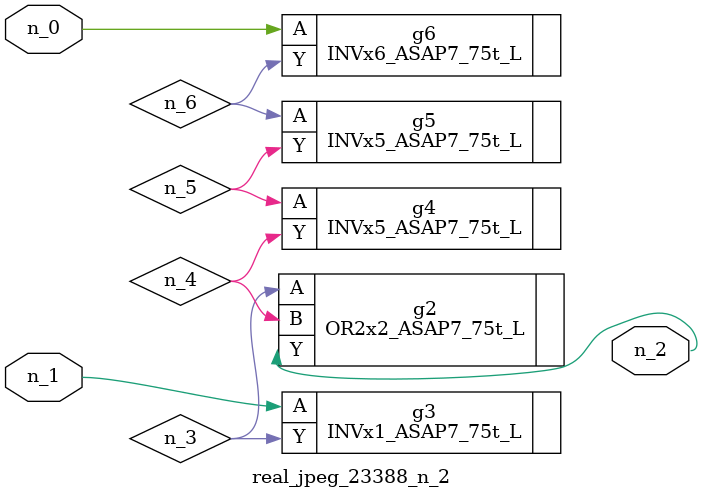
<source format=v>
module real_jpeg_23388_n_2 (n_1, n_0, n_2);

input n_1;
input n_0;

output n_2;

wire n_5;
wire n_4;
wire n_6;
wire n_3;

INVx6_ASAP7_75t_L g6 ( 
.A(n_0),
.Y(n_6)
);

INVx1_ASAP7_75t_L g3 ( 
.A(n_1),
.Y(n_3)
);

OR2x2_ASAP7_75t_L g2 ( 
.A(n_3),
.B(n_4),
.Y(n_2)
);

INVx5_ASAP7_75t_L g4 ( 
.A(n_5),
.Y(n_4)
);

INVx5_ASAP7_75t_L g5 ( 
.A(n_6),
.Y(n_5)
);


endmodule
</source>
